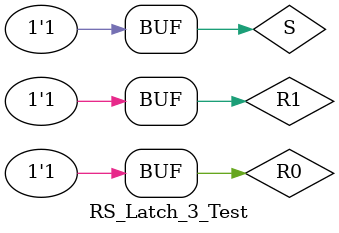
<source format=v>
`timescale 1ns / 1ps


module RS_Latch_3_Test;

	// Inputs
	reg R0;
	reg R1;
	reg S;

	// Outputs
	wire Q;
	wire Qn;

	// Instantiate the Unit Under Test (UUT)
	RS_Latch_3 uut (
		.R0(R0), 
		.R1(R1), 
		.S(S), 
		.Q(Q), 
		.Qn(Qn)
	);

	initial begin
		// Initialize Inputs
		R0 = 0;
		R1 = 0;
		S = 0;

		// Wait 100 ns for global reset to finish
		#100;
        
		// Add stimulus here

		S = 1;
		#100;
		S = 0;
		R1 = 1;
		#100;
		S = 1;
		#100;
		R0 = 1;
		R1 = 0;
		S = 0;
		#100;
		S = 1;
		#100;
		S = 0;
		R1 = 1;
		#100;
		S = 1;
		#100;
	end
      
endmodule


</source>
